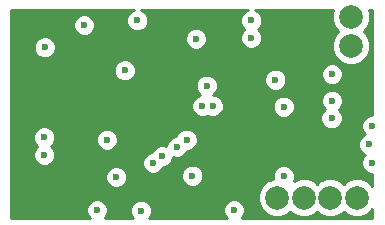
<source format=gbr>
G04 #@! TF.FileFunction,Copper,L3,Inr,Signal*
%FSLAX46Y46*%
G04 Gerber Fmt 4.6, Leading zero omitted, Abs format (unit mm)*
G04 Created by KiCad (PCBNEW 4.0.2-stable) date 2017年04月21日 星期五 11:17:21*
%MOMM*%
G01*
G04 APERTURE LIST*
%ADD10C,0.100000*%
%ADD11C,1.998980*%
%ADD12C,0.600000*%
%ADD13C,0.254000*%
G04 APERTURE END LIST*
D10*
D11*
X188500000Y-78275000D03*
X188500000Y-80750000D03*
X182250000Y-93575000D03*
X184500000Y-93575000D03*
X186750000Y-93575000D03*
X189000000Y-93575000D03*
D12*
X176275000Y-84100000D03*
X175075000Y-91725000D03*
X168625000Y-91825000D03*
X167850000Y-88675000D03*
X169350000Y-82800000D03*
X162575000Y-80850000D03*
X170400000Y-78575000D03*
X180050000Y-80075000D03*
X180050000Y-78575000D03*
X182800000Y-85875000D03*
X182800000Y-91775000D03*
X186850000Y-86850000D03*
X190300000Y-87525000D03*
X190300000Y-90625000D03*
X190025000Y-89075000D03*
X178600000Y-94625000D03*
X170725000Y-94675000D03*
X167000000Y-94625000D03*
X162525000Y-89975000D03*
X162525000Y-88475000D03*
X165900000Y-78975000D03*
X175375000Y-80125000D03*
X182100000Y-83600000D03*
X187800004Y-91475000D03*
X179325000Y-92250000D03*
X179325000Y-87600000D03*
X185300000Y-85875000D03*
X175299679Y-78173055D03*
X176525000Y-83150000D03*
X176400000Y-91725000D03*
X169875000Y-91825000D03*
X167850000Y-90025000D03*
X167950000Y-82999999D03*
X162650000Y-86925000D03*
X175900002Y-85825000D03*
X186900000Y-83125000D03*
X176804699Y-85804200D03*
X186900000Y-85375000D03*
X171725000Y-90650000D03*
X172500000Y-90075000D03*
X173775000Y-89295247D03*
X174575000Y-88674990D03*
D13*
G36*
X169871057Y-77781883D02*
X169607808Y-78044673D01*
X169465162Y-78388201D01*
X169464838Y-78760167D01*
X169606883Y-79103943D01*
X169869673Y-79367192D01*
X170213201Y-79509838D01*
X170585167Y-79510162D01*
X170928943Y-79368117D01*
X171192192Y-79105327D01*
X171334838Y-78761799D01*
X171335162Y-78389833D01*
X171193117Y-78046057D01*
X170930327Y-77782808D01*
X170694780Y-77685000D01*
X179755532Y-77685000D01*
X179521057Y-77781883D01*
X179257808Y-78044673D01*
X179115162Y-78388201D01*
X179114838Y-78760167D01*
X179256883Y-79103943D01*
X179477709Y-79325155D01*
X179257808Y-79544673D01*
X179115162Y-79888201D01*
X179114838Y-80260167D01*
X179256883Y-80603943D01*
X179519673Y-80867192D01*
X179863201Y-81009838D01*
X180235167Y-81010162D01*
X180578943Y-80868117D01*
X180842192Y-80605327D01*
X180984838Y-80261799D01*
X180985162Y-79889833D01*
X180843117Y-79546057D01*
X180622291Y-79324845D01*
X180842192Y-79105327D01*
X180984838Y-78761799D01*
X180985162Y-78389833D01*
X180843117Y-78046057D01*
X180580327Y-77782808D01*
X180344780Y-77685000D01*
X186975189Y-77685000D01*
X186865794Y-77948453D01*
X186865226Y-78598694D01*
X187113538Y-79199655D01*
X187425980Y-79512643D01*
X187115154Y-79822927D01*
X186865794Y-80423453D01*
X186865226Y-81073694D01*
X187113538Y-81674655D01*
X187572927Y-82134846D01*
X188173453Y-82384206D01*
X188823694Y-82384774D01*
X189424655Y-82136462D01*
X189884846Y-81677073D01*
X190134206Y-81076547D01*
X190134774Y-80426306D01*
X189886462Y-79825345D01*
X189574020Y-79512357D01*
X189884846Y-79202073D01*
X190134206Y-78601547D01*
X190134774Y-77951306D01*
X190024739Y-77685000D01*
X190315000Y-77685000D01*
X190315000Y-86590012D01*
X190114833Y-86589838D01*
X189771057Y-86731883D01*
X189507808Y-86994673D01*
X189365162Y-87338201D01*
X189364838Y-87710167D01*
X189506883Y-88053943D01*
X189664817Y-88212153D01*
X189496057Y-88281883D01*
X189232808Y-88544673D01*
X189090162Y-88888201D01*
X189089838Y-89260167D01*
X189231883Y-89603943D01*
X189494673Y-89867192D01*
X189664885Y-89937870D01*
X189507808Y-90094673D01*
X189365162Y-90438201D01*
X189364838Y-90810167D01*
X189506883Y-91153943D01*
X189769673Y-91417192D01*
X190113201Y-91559838D01*
X190315000Y-91560014D01*
X190315000Y-92578758D01*
X189927073Y-92190154D01*
X189326547Y-91940794D01*
X188676306Y-91940226D01*
X188075345Y-92188538D01*
X187875054Y-92388480D01*
X187677073Y-92190154D01*
X187076547Y-91940794D01*
X186426306Y-91940226D01*
X185825345Y-92188538D01*
X185625054Y-92388480D01*
X185427073Y-92190154D01*
X184826547Y-91940794D01*
X184176306Y-91940226D01*
X183654220Y-92155947D01*
X183734838Y-91961799D01*
X183735162Y-91589833D01*
X183593117Y-91246057D01*
X183330327Y-90982808D01*
X182986799Y-90840162D01*
X182614833Y-90839838D01*
X182271057Y-90981883D01*
X182007808Y-91244673D01*
X181865162Y-91588201D01*
X181864838Y-91960167D01*
X181866764Y-91964828D01*
X181325345Y-92188538D01*
X180865154Y-92647927D01*
X180615794Y-93248453D01*
X180615226Y-93898694D01*
X180863538Y-94499655D01*
X181322927Y-94959846D01*
X181923453Y-95209206D01*
X182573694Y-95209774D01*
X183174655Y-94961462D01*
X183374946Y-94761520D01*
X183572927Y-94959846D01*
X184173453Y-95209206D01*
X184823694Y-95209774D01*
X185424655Y-94961462D01*
X185624946Y-94761520D01*
X185822927Y-94959846D01*
X186423453Y-95209206D01*
X187073694Y-95209774D01*
X187674655Y-94961462D01*
X187874946Y-94761520D01*
X188072927Y-94959846D01*
X188673453Y-95209206D01*
X189323694Y-95209774D01*
X189924655Y-94961462D01*
X190315000Y-94571797D01*
X190315000Y-95315000D01*
X179232240Y-95315000D01*
X179392192Y-95155327D01*
X179534838Y-94811799D01*
X179535162Y-94439833D01*
X179393117Y-94096057D01*
X179130327Y-93832808D01*
X178786799Y-93690162D01*
X178414833Y-93689838D01*
X178071057Y-93831883D01*
X177807808Y-94094673D01*
X177665162Y-94438201D01*
X177664838Y-94810167D01*
X177806883Y-95153943D01*
X177967659Y-95315000D01*
X171407327Y-95315000D01*
X171517192Y-95205327D01*
X171659838Y-94861799D01*
X171660162Y-94489833D01*
X171518117Y-94146057D01*
X171255327Y-93882808D01*
X170911799Y-93740162D01*
X170539833Y-93739838D01*
X170196057Y-93881883D01*
X169932808Y-94144673D01*
X169790162Y-94488201D01*
X169789838Y-94860167D01*
X169931883Y-95203943D01*
X170042746Y-95315000D01*
X167632240Y-95315000D01*
X167792192Y-95155327D01*
X167934838Y-94811799D01*
X167935162Y-94439833D01*
X167793117Y-94096057D01*
X167530327Y-93832808D01*
X167186799Y-93690162D01*
X166814833Y-93689838D01*
X166471057Y-93831883D01*
X166207808Y-94094673D01*
X166065162Y-94438201D01*
X166064838Y-94810167D01*
X166206883Y-95153943D01*
X166367659Y-95315000D01*
X159685000Y-95315000D01*
X159685000Y-92010167D01*
X167689838Y-92010167D01*
X167831883Y-92353943D01*
X168094673Y-92617192D01*
X168438201Y-92759838D01*
X168810167Y-92760162D01*
X169153943Y-92618117D01*
X169417192Y-92355327D01*
X169559838Y-92011799D01*
X169559926Y-91910167D01*
X174139838Y-91910167D01*
X174281883Y-92253943D01*
X174544673Y-92517192D01*
X174888201Y-92659838D01*
X175260167Y-92660162D01*
X175603943Y-92518117D01*
X175867192Y-92255327D01*
X176009838Y-91911799D01*
X176010162Y-91539833D01*
X175868117Y-91196057D01*
X175605327Y-90932808D01*
X175261799Y-90790162D01*
X174889833Y-90789838D01*
X174546057Y-90931883D01*
X174282808Y-91194673D01*
X174140162Y-91538201D01*
X174139838Y-91910167D01*
X169559926Y-91910167D01*
X169560162Y-91639833D01*
X169418117Y-91296057D01*
X169155327Y-91032808D01*
X168811799Y-90890162D01*
X168439833Y-90889838D01*
X168096057Y-91031883D01*
X167832808Y-91294673D01*
X167690162Y-91638201D01*
X167689838Y-92010167D01*
X159685000Y-92010167D01*
X159685000Y-88660167D01*
X161589838Y-88660167D01*
X161731883Y-89003943D01*
X161952709Y-89225155D01*
X161732808Y-89444673D01*
X161590162Y-89788201D01*
X161589838Y-90160167D01*
X161731883Y-90503943D01*
X161994673Y-90767192D01*
X162338201Y-90909838D01*
X162710167Y-90910162D01*
X162891669Y-90835167D01*
X170789838Y-90835167D01*
X170931883Y-91178943D01*
X171194673Y-91442192D01*
X171538201Y-91584838D01*
X171910167Y-91585162D01*
X172253943Y-91443117D01*
X172517192Y-91180327D01*
X172587886Y-91010077D01*
X172685167Y-91010162D01*
X173028943Y-90868117D01*
X173292192Y-90605327D01*
X173434838Y-90261799D01*
X173434921Y-90166437D01*
X173588201Y-90230085D01*
X173960167Y-90230409D01*
X174303943Y-90088364D01*
X174567192Y-89825574D01*
X174656681Y-89610062D01*
X174760167Y-89610152D01*
X175103943Y-89468107D01*
X175367192Y-89205317D01*
X175509838Y-88861789D01*
X175510162Y-88489823D01*
X175368117Y-88146047D01*
X175105327Y-87882798D01*
X174761799Y-87740152D01*
X174389833Y-87739828D01*
X174046057Y-87881873D01*
X173782808Y-88144663D01*
X173693319Y-88360175D01*
X173589833Y-88360085D01*
X173246057Y-88502130D01*
X172982808Y-88764920D01*
X172840162Y-89108448D01*
X172840079Y-89203810D01*
X172686799Y-89140162D01*
X172314833Y-89139838D01*
X171971057Y-89281883D01*
X171707808Y-89544673D01*
X171637114Y-89714923D01*
X171539833Y-89714838D01*
X171196057Y-89856883D01*
X170932808Y-90119673D01*
X170790162Y-90463201D01*
X170789838Y-90835167D01*
X162891669Y-90835167D01*
X163053943Y-90768117D01*
X163317192Y-90505327D01*
X163459838Y-90161799D01*
X163460162Y-89789833D01*
X163318117Y-89446057D01*
X163097291Y-89224845D01*
X163317192Y-89005327D01*
X163377467Y-88860167D01*
X166914838Y-88860167D01*
X167056883Y-89203943D01*
X167319673Y-89467192D01*
X167663201Y-89609838D01*
X168035167Y-89610162D01*
X168378943Y-89468117D01*
X168642192Y-89205327D01*
X168784838Y-88861799D01*
X168785162Y-88489833D01*
X168643117Y-88146057D01*
X168380327Y-87882808D01*
X168036799Y-87740162D01*
X167664833Y-87739838D01*
X167321057Y-87881883D01*
X167057808Y-88144673D01*
X166915162Y-88488201D01*
X166914838Y-88860167D01*
X163377467Y-88860167D01*
X163459838Y-88661799D01*
X163460162Y-88289833D01*
X163318117Y-87946057D01*
X163055327Y-87682808D01*
X162711799Y-87540162D01*
X162339833Y-87539838D01*
X161996057Y-87681883D01*
X161732808Y-87944673D01*
X161590162Y-88288201D01*
X161589838Y-88660167D01*
X159685000Y-88660167D01*
X159685000Y-87035167D01*
X185914838Y-87035167D01*
X186056883Y-87378943D01*
X186319673Y-87642192D01*
X186663201Y-87784838D01*
X187035167Y-87785162D01*
X187378943Y-87643117D01*
X187642192Y-87380327D01*
X187784838Y-87036799D01*
X187785162Y-86664833D01*
X187643117Y-86321057D01*
X187459747Y-86137367D01*
X187692192Y-85905327D01*
X187834838Y-85561799D01*
X187835162Y-85189833D01*
X187693117Y-84846057D01*
X187430327Y-84582808D01*
X187086799Y-84440162D01*
X186714833Y-84439838D01*
X186371057Y-84581883D01*
X186107808Y-84844673D01*
X185965162Y-85188201D01*
X185964838Y-85560167D01*
X186106883Y-85903943D01*
X186290253Y-86087633D01*
X186057808Y-86319673D01*
X185915162Y-86663201D01*
X185914838Y-87035167D01*
X159685000Y-87035167D01*
X159685000Y-86010167D01*
X174964840Y-86010167D01*
X175106885Y-86353943D01*
X175369675Y-86617192D01*
X175713203Y-86759838D01*
X176085169Y-86760162D01*
X176377692Y-86639294D01*
X176617900Y-86739038D01*
X176989866Y-86739362D01*
X177333642Y-86597317D01*
X177596891Y-86334527D01*
X177710815Y-86060167D01*
X181864838Y-86060167D01*
X182006883Y-86403943D01*
X182269673Y-86667192D01*
X182613201Y-86809838D01*
X182985167Y-86810162D01*
X183328943Y-86668117D01*
X183592192Y-86405327D01*
X183734838Y-86061799D01*
X183735162Y-85689833D01*
X183593117Y-85346057D01*
X183330327Y-85082808D01*
X182986799Y-84940162D01*
X182614833Y-84939838D01*
X182271057Y-85081883D01*
X182007808Y-85344673D01*
X181865162Y-85688201D01*
X181864838Y-86060167D01*
X177710815Y-86060167D01*
X177739537Y-85990999D01*
X177739861Y-85619033D01*
X177597816Y-85275257D01*
X177335026Y-85012008D01*
X176991498Y-84869362D01*
X176827882Y-84869219D01*
X177067192Y-84630327D01*
X177209838Y-84286799D01*
X177210162Y-83914833D01*
X177156586Y-83785167D01*
X181164838Y-83785167D01*
X181306883Y-84128943D01*
X181569673Y-84392192D01*
X181913201Y-84534838D01*
X182285167Y-84535162D01*
X182628943Y-84393117D01*
X182892192Y-84130327D01*
X183034838Y-83786799D01*
X183035162Y-83414833D01*
X182991915Y-83310167D01*
X185964838Y-83310167D01*
X186106883Y-83653943D01*
X186369673Y-83917192D01*
X186713201Y-84059838D01*
X187085167Y-84060162D01*
X187428943Y-83918117D01*
X187692192Y-83655327D01*
X187834838Y-83311799D01*
X187835162Y-82939833D01*
X187693117Y-82596057D01*
X187430327Y-82332808D01*
X187086799Y-82190162D01*
X186714833Y-82189838D01*
X186371057Y-82331883D01*
X186107808Y-82594673D01*
X185965162Y-82938201D01*
X185964838Y-83310167D01*
X182991915Y-83310167D01*
X182893117Y-83071057D01*
X182630327Y-82807808D01*
X182286799Y-82665162D01*
X181914833Y-82664838D01*
X181571057Y-82806883D01*
X181307808Y-83069673D01*
X181165162Y-83413201D01*
X181164838Y-83785167D01*
X177156586Y-83785167D01*
X177068117Y-83571057D01*
X176805327Y-83307808D01*
X176461799Y-83165162D01*
X176089833Y-83164838D01*
X175746057Y-83306883D01*
X175482808Y-83569673D01*
X175340162Y-83913201D01*
X175339838Y-84285167D01*
X175481883Y-84628943D01*
X175742347Y-84889862D01*
X175714835Y-84889838D01*
X175371059Y-85031883D01*
X175107810Y-85294673D01*
X174965164Y-85638201D01*
X174964840Y-86010167D01*
X159685000Y-86010167D01*
X159685000Y-82985167D01*
X168414838Y-82985167D01*
X168556883Y-83328943D01*
X168819673Y-83592192D01*
X169163201Y-83734838D01*
X169535167Y-83735162D01*
X169878943Y-83593117D01*
X170142192Y-83330327D01*
X170284838Y-82986799D01*
X170285162Y-82614833D01*
X170143117Y-82271057D01*
X169880327Y-82007808D01*
X169536799Y-81865162D01*
X169164833Y-81864838D01*
X168821057Y-82006883D01*
X168557808Y-82269673D01*
X168415162Y-82613201D01*
X168414838Y-82985167D01*
X159685000Y-82985167D01*
X159685000Y-81035167D01*
X161639838Y-81035167D01*
X161781883Y-81378943D01*
X162044673Y-81642192D01*
X162388201Y-81784838D01*
X162760167Y-81785162D01*
X163103943Y-81643117D01*
X163367192Y-81380327D01*
X163509838Y-81036799D01*
X163510162Y-80664833D01*
X163368117Y-80321057D01*
X163357246Y-80310167D01*
X174439838Y-80310167D01*
X174581883Y-80653943D01*
X174844673Y-80917192D01*
X175188201Y-81059838D01*
X175560167Y-81060162D01*
X175903943Y-80918117D01*
X176167192Y-80655327D01*
X176309838Y-80311799D01*
X176310162Y-79939833D01*
X176168117Y-79596057D01*
X175905327Y-79332808D01*
X175561799Y-79190162D01*
X175189833Y-79189838D01*
X174846057Y-79331883D01*
X174582808Y-79594673D01*
X174440162Y-79938201D01*
X174439838Y-80310167D01*
X163357246Y-80310167D01*
X163105327Y-80057808D01*
X162761799Y-79915162D01*
X162389833Y-79914838D01*
X162046057Y-80056883D01*
X161782808Y-80319673D01*
X161640162Y-80663201D01*
X161639838Y-81035167D01*
X159685000Y-81035167D01*
X159685000Y-79160167D01*
X164964838Y-79160167D01*
X165106883Y-79503943D01*
X165369673Y-79767192D01*
X165713201Y-79909838D01*
X166085167Y-79910162D01*
X166428943Y-79768117D01*
X166692192Y-79505327D01*
X166834838Y-79161799D01*
X166835162Y-78789833D01*
X166693117Y-78446057D01*
X166430327Y-78182808D01*
X166086799Y-78040162D01*
X165714833Y-78039838D01*
X165371057Y-78181883D01*
X165107808Y-78444673D01*
X164965162Y-78788201D01*
X164964838Y-79160167D01*
X159685000Y-79160167D01*
X159685000Y-77685000D01*
X170105532Y-77685000D01*
X169871057Y-77781883D01*
X169871057Y-77781883D01*
G37*
X169871057Y-77781883D02*
X169607808Y-78044673D01*
X169465162Y-78388201D01*
X169464838Y-78760167D01*
X169606883Y-79103943D01*
X169869673Y-79367192D01*
X170213201Y-79509838D01*
X170585167Y-79510162D01*
X170928943Y-79368117D01*
X171192192Y-79105327D01*
X171334838Y-78761799D01*
X171335162Y-78389833D01*
X171193117Y-78046057D01*
X170930327Y-77782808D01*
X170694780Y-77685000D01*
X179755532Y-77685000D01*
X179521057Y-77781883D01*
X179257808Y-78044673D01*
X179115162Y-78388201D01*
X179114838Y-78760167D01*
X179256883Y-79103943D01*
X179477709Y-79325155D01*
X179257808Y-79544673D01*
X179115162Y-79888201D01*
X179114838Y-80260167D01*
X179256883Y-80603943D01*
X179519673Y-80867192D01*
X179863201Y-81009838D01*
X180235167Y-81010162D01*
X180578943Y-80868117D01*
X180842192Y-80605327D01*
X180984838Y-80261799D01*
X180985162Y-79889833D01*
X180843117Y-79546057D01*
X180622291Y-79324845D01*
X180842192Y-79105327D01*
X180984838Y-78761799D01*
X180985162Y-78389833D01*
X180843117Y-78046057D01*
X180580327Y-77782808D01*
X180344780Y-77685000D01*
X186975189Y-77685000D01*
X186865794Y-77948453D01*
X186865226Y-78598694D01*
X187113538Y-79199655D01*
X187425980Y-79512643D01*
X187115154Y-79822927D01*
X186865794Y-80423453D01*
X186865226Y-81073694D01*
X187113538Y-81674655D01*
X187572927Y-82134846D01*
X188173453Y-82384206D01*
X188823694Y-82384774D01*
X189424655Y-82136462D01*
X189884846Y-81677073D01*
X190134206Y-81076547D01*
X190134774Y-80426306D01*
X189886462Y-79825345D01*
X189574020Y-79512357D01*
X189884846Y-79202073D01*
X190134206Y-78601547D01*
X190134774Y-77951306D01*
X190024739Y-77685000D01*
X190315000Y-77685000D01*
X190315000Y-86590012D01*
X190114833Y-86589838D01*
X189771057Y-86731883D01*
X189507808Y-86994673D01*
X189365162Y-87338201D01*
X189364838Y-87710167D01*
X189506883Y-88053943D01*
X189664817Y-88212153D01*
X189496057Y-88281883D01*
X189232808Y-88544673D01*
X189090162Y-88888201D01*
X189089838Y-89260167D01*
X189231883Y-89603943D01*
X189494673Y-89867192D01*
X189664885Y-89937870D01*
X189507808Y-90094673D01*
X189365162Y-90438201D01*
X189364838Y-90810167D01*
X189506883Y-91153943D01*
X189769673Y-91417192D01*
X190113201Y-91559838D01*
X190315000Y-91560014D01*
X190315000Y-92578758D01*
X189927073Y-92190154D01*
X189326547Y-91940794D01*
X188676306Y-91940226D01*
X188075345Y-92188538D01*
X187875054Y-92388480D01*
X187677073Y-92190154D01*
X187076547Y-91940794D01*
X186426306Y-91940226D01*
X185825345Y-92188538D01*
X185625054Y-92388480D01*
X185427073Y-92190154D01*
X184826547Y-91940794D01*
X184176306Y-91940226D01*
X183654220Y-92155947D01*
X183734838Y-91961799D01*
X183735162Y-91589833D01*
X183593117Y-91246057D01*
X183330327Y-90982808D01*
X182986799Y-90840162D01*
X182614833Y-90839838D01*
X182271057Y-90981883D01*
X182007808Y-91244673D01*
X181865162Y-91588201D01*
X181864838Y-91960167D01*
X181866764Y-91964828D01*
X181325345Y-92188538D01*
X180865154Y-92647927D01*
X180615794Y-93248453D01*
X180615226Y-93898694D01*
X180863538Y-94499655D01*
X181322927Y-94959846D01*
X181923453Y-95209206D01*
X182573694Y-95209774D01*
X183174655Y-94961462D01*
X183374946Y-94761520D01*
X183572927Y-94959846D01*
X184173453Y-95209206D01*
X184823694Y-95209774D01*
X185424655Y-94961462D01*
X185624946Y-94761520D01*
X185822927Y-94959846D01*
X186423453Y-95209206D01*
X187073694Y-95209774D01*
X187674655Y-94961462D01*
X187874946Y-94761520D01*
X188072927Y-94959846D01*
X188673453Y-95209206D01*
X189323694Y-95209774D01*
X189924655Y-94961462D01*
X190315000Y-94571797D01*
X190315000Y-95315000D01*
X179232240Y-95315000D01*
X179392192Y-95155327D01*
X179534838Y-94811799D01*
X179535162Y-94439833D01*
X179393117Y-94096057D01*
X179130327Y-93832808D01*
X178786799Y-93690162D01*
X178414833Y-93689838D01*
X178071057Y-93831883D01*
X177807808Y-94094673D01*
X177665162Y-94438201D01*
X177664838Y-94810167D01*
X177806883Y-95153943D01*
X177967659Y-95315000D01*
X171407327Y-95315000D01*
X171517192Y-95205327D01*
X171659838Y-94861799D01*
X171660162Y-94489833D01*
X171518117Y-94146057D01*
X171255327Y-93882808D01*
X170911799Y-93740162D01*
X170539833Y-93739838D01*
X170196057Y-93881883D01*
X169932808Y-94144673D01*
X169790162Y-94488201D01*
X169789838Y-94860167D01*
X169931883Y-95203943D01*
X170042746Y-95315000D01*
X167632240Y-95315000D01*
X167792192Y-95155327D01*
X167934838Y-94811799D01*
X167935162Y-94439833D01*
X167793117Y-94096057D01*
X167530327Y-93832808D01*
X167186799Y-93690162D01*
X166814833Y-93689838D01*
X166471057Y-93831883D01*
X166207808Y-94094673D01*
X166065162Y-94438201D01*
X166064838Y-94810167D01*
X166206883Y-95153943D01*
X166367659Y-95315000D01*
X159685000Y-95315000D01*
X159685000Y-92010167D01*
X167689838Y-92010167D01*
X167831883Y-92353943D01*
X168094673Y-92617192D01*
X168438201Y-92759838D01*
X168810167Y-92760162D01*
X169153943Y-92618117D01*
X169417192Y-92355327D01*
X169559838Y-92011799D01*
X169559926Y-91910167D01*
X174139838Y-91910167D01*
X174281883Y-92253943D01*
X174544673Y-92517192D01*
X174888201Y-92659838D01*
X175260167Y-92660162D01*
X175603943Y-92518117D01*
X175867192Y-92255327D01*
X176009838Y-91911799D01*
X176010162Y-91539833D01*
X175868117Y-91196057D01*
X175605327Y-90932808D01*
X175261799Y-90790162D01*
X174889833Y-90789838D01*
X174546057Y-90931883D01*
X174282808Y-91194673D01*
X174140162Y-91538201D01*
X174139838Y-91910167D01*
X169559926Y-91910167D01*
X169560162Y-91639833D01*
X169418117Y-91296057D01*
X169155327Y-91032808D01*
X168811799Y-90890162D01*
X168439833Y-90889838D01*
X168096057Y-91031883D01*
X167832808Y-91294673D01*
X167690162Y-91638201D01*
X167689838Y-92010167D01*
X159685000Y-92010167D01*
X159685000Y-88660167D01*
X161589838Y-88660167D01*
X161731883Y-89003943D01*
X161952709Y-89225155D01*
X161732808Y-89444673D01*
X161590162Y-89788201D01*
X161589838Y-90160167D01*
X161731883Y-90503943D01*
X161994673Y-90767192D01*
X162338201Y-90909838D01*
X162710167Y-90910162D01*
X162891669Y-90835167D01*
X170789838Y-90835167D01*
X170931883Y-91178943D01*
X171194673Y-91442192D01*
X171538201Y-91584838D01*
X171910167Y-91585162D01*
X172253943Y-91443117D01*
X172517192Y-91180327D01*
X172587886Y-91010077D01*
X172685167Y-91010162D01*
X173028943Y-90868117D01*
X173292192Y-90605327D01*
X173434838Y-90261799D01*
X173434921Y-90166437D01*
X173588201Y-90230085D01*
X173960167Y-90230409D01*
X174303943Y-90088364D01*
X174567192Y-89825574D01*
X174656681Y-89610062D01*
X174760167Y-89610152D01*
X175103943Y-89468107D01*
X175367192Y-89205317D01*
X175509838Y-88861789D01*
X175510162Y-88489823D01*
X175368117Y-88146047D01*
X175105327Y-87882798D01*
X174761799Y-87740152D01*
X174389833Y-87739828D01*
X174046057Y-87881873D01*
X173782808Y-88144663D01*
X173693319Y-88360175D01*
X173589833Y-88360085D01*
X173246057Y-88502130D01*
X172982808Y-88764920D01*
X172840162Y-89108448D01*
X172840079Y-89203810D01*
X172686799Y-89140162D01*
X172314833Y-89139838D01*
X171971057Y-89281883D01*
X171707808Y-89544673D01*
X171637114Y-89714923D01*
X171539833Y-89714838D01*
X171196057Y-89856883D01*
X170932808Y-90119673D01*
X170790162Y-90463201D01*
X170789838Y-90835167D01*
X162891669Y-90835167D01*
X163053943Y-90768117D01*
X163317192Y-90505327D01*
X163459838Y-90161799D01*
X163460162Y-89789833D01*
X163318117Y-89446057D01*
X163097291Y-89224845D01*
X163317192Y-89005327D01*
X163377467Y-88860167D01*
X166914838Y-88860167D01*
X167056883Y-89203943D01*
X167319673Y-89467192D01*
X167663201Y-89609838D01*
X168035167Y-89610162D01*
X168378943Y-89468117D01*
X168642192Y-89205327D01*
X168784838Y-88861799D01*
X168785162Y-88489833D01*
X168643117Y-88146057D01*
X168380327Y-87882808D01*
X168036799Y-87740162D01*
X167664833Y-87739838D01*
X167321057Y-87881883D01*
X167057808Y-88144673D01*
X166915162Y-88488201D01*
X166914838Y-88860167D01*
X163377467Y-88860167D01*
X163459838Y-88661799D01*
X163460162Y-88289833D01*
X163318117Y-87946057D01*
X163055327Y-87682808D01*
X162711799Y-87540162D01*
X162339833Y-87539838D01*
X161996057Y-87681883D01*
X161732808Y-87944673D01*
X161590162Y-88288201D01*
X161589838Y-88660167D01*
X159685000Y-88660167D01*
X159685000Y-87035167D01*
X185914838Y-87035167D01*
X186056883Y-87378943D01*
X186319673Y-87642192D01*
X186663201Y-87784838D01*
X187035167Y-87785162D01*
X187378943Y-87643117D01*
X187642192Y-87380327D01*
X187784838Y-87036799D01*
X187785162Y-86664833D01*
X187643117Y-86321057D01*
X187459747Y-86137367D01*
X187692192Y-85905327D01*
X187834838Y-85561799D01*
X187835162Y-85189833D01*
X187693117Y-84846057D01*
X187430327Y-84582808D01*
X187086799Y-84440162D01*
X186714833Y-84439838D01*
X186371057Y-84581883D01*
X186107808Y-84844673D01*
X185965162Y-85188201D01*
X185964838Y-85560167D01*
X186106883Y-85903943D01*
X186290253Y-86087633D01*
X186057808Y-86319673D01*
X185915162Y-86663201D01*
X185914838Y-87035167D01*
X159685000Y-87035167D01*
X159685000Y-86010167D01*
X174964840Y-86010167D01*
X175106885Y-86353943D01*
X175369675Y-86617192D01*
X175713203Y-86759838D01*
X176085169Y-86760162D01*
X176377692Y-86639294D01*
X176617900Y-86739038D01*
X176989866Y-86739362D01*
X177333642Y-86597317D01*
X177596891Y-86334527D01*
X177710815Y-86060167D01*
X181864838Y-86060167D01*
X182006883Y-86403943D01*
X182269673Y-86667192D01*
X182613201Y-86809838D01*
X182985167Y-86810162D01*
X183328943Y-86668117D01*
X183592192Y-86405327D01*
X183734838Y-86061799D01*
X183735162Y-85689833D01*
X183593117Y-85346057D01*
X183330327Y-85082808D01*
X182986799Y-84940162D01*
X182614833Y-84939838D01*
X182271057Y-85081883D01*
X182007808Y-85344673D01*
X181865162Y-85688201D01*
X181864838Y-86060167D01*
X177710815Y-86060167D01*
X177739537Y-85990999D01*
X177739861Y-85619033D01*
X177597816Y-85275257D01*
X177335026Y-85012008D01*
X176991498Y-84869362D01*
X176827882Y-84869219D01*
X177067192Y-84630327D01*
X177209838Y-84286799D01*
X177210162Y-83914833D01*
X177156586Y-83785167D01*
X181164838Y-83785167D01*
X181306883Y-84128943D01*
X181569673Y-84392192D01*
X181913201Y-84534838D01*
X182285167Y-84535162D01*
X182628943Y-84393117D01*
X182892192Y-84130327D01*
X183034838Y-83786799D01*
X183035162Y-83414833D01*
X182991915Y-83310167D01*
X185964838Y-83310167D01*
X186106883Y-83653943D01*
X186369673Y-83917192D01*
X186713201Y-84059838D01*
X187085167Y-84060162D01*
X187428943Y-83918117D01*
X187692192Y-83655327D01*
X187834838Y-83311799D01*
X187835162Y-82939833D01*
X187693117Y-82596057D01*
X187430327Y-82332808D01*
X187086799Y-82190162D01*
X186714833Y-82189838D01*
X186371057Y-82331883D01*
X186107808Y-82594673D01*
X185965162Y-82938201D01*
X185964838Y-83310167D01*
X182991915Y-83310167D01*
X182893117Y-83071057D01*
X182630327Y-82807808D01*
X182286799Y-82665162D01*
X181914833Y-82664838D01*
X181571057Y-82806883D01*
X181307808Y-83069673D01*
X181165162Y-83413201D01*
X181164838Y-83785167D01*
X177156586Y-83785167D01*
X177068117Y-83571057D01*
X176805327Y-83307808D01*
X176461799Y-83165162D01*
X176089833Y-83164838D01*
X175746057Y-83306883D01*
X175482808Y-83569673D01*
X175340162Y-83913201D01*
X175339838Y-84285167D01*
X175481883Y-84628943D01*
X175742347Y-84889862D01*
X175714835Y-84889838D01*
X175371059Y-85031883D01*
X175107810Y-85294673D01*
X174965164Y-85638201D01*
X174964840Y-86010167D01*
X159685000Y-86010167D01*
X159685000Y-82985167D01*
X168414838Y-82985167D01*
X168556883Y-83328943D01*
X168819673Y-83592192D01*
X169163201Y-83734838D01*
X169535167Y-83735162D01*
X169878943Y-83593117D01*
X170142192Y-83330327D01*
X170284838Y-82986799D01*
X170285162Y-82614833D01*
X170143117Y-82271057D01*
X169880327Y-82007808D01*
X169536799Y-81865162D01*
X169164833Y-81864838D01*
X168821057Y-82006883D01*
X168557808Y-82269673D01*
X168415162Y-82613201D01*
X168414838Y-82985167D01*
X159685000Y-82985167D01*
X159685000Y-81035167D01*
X161639838Y-81035167D01*
X161781883Y-81378943D01*
X162044673Y-81642192D01*
X162388201Y-81784838D01*
X162760167Y-81785162D01*
X163103943Y-81643117D01*
X163367192Y-81380327D01*
X163509838Y-81036799D01*
X163510162Y-80664833D01*
X163368117Y-80321057D01*
X163357246Y-80310167D01*
X174439838Y-80310167D01*
X174581883Y-80653943D01*
X174844673Y-80917192D01*
X175188201Y-81059838D01*
X175560167Y-81060162D01*
X175903943Y-80918117D01*
X176167192Y-80655327D01*
X176309838Y-80311799D01*
X176310162Y-79939833D01*
X176168117Y-79596057D01*
X175905327Y-79332808D01*
X175561799Y-79190162D01*
X175189833Y-79189838D01*
X174846057Y-79331883D01*
X174582808Y-79594673D01*
X174440162Y-79938201D01*
X174439838Y-80310167D01*
X163357246Y-80310167D01*
X163105327Y-80057808D01*
X162761799Y-79915162D01*
X162389833Y-79914838D01*
X162046057Y-80056883D01*
X161782808Y-80319673D01*
X161640162Y-80663201D01*
X161639838Y-81035167D01*
X159685000Y-81035167D01*
X159685000Y-79160167D01*
X164964838Y-79160167D01*
X165106883Y-79503943D01*
X165369673Y-79767192D01*
X165713201Y-79909838D01*
X166085167Y-79910162D01*
X166428943Y-79768117D01*
X166692192Y-79505327D01*
X166834838Y-79161799D01*
X166835162Y-78789833D01*
X166693117Y-78446057D01*
X166430327Y-78182808D01*
X166086799Y-78040162D01*
X165714833Y-78039838D01*
X165371057Y-78181883D01*
X165107808Y-78444673D01*
X164965162Y-78788201D01*
X164964838Y-79160167D01*
X159685000Y-79160167D01*
X159685000Y-77685000D01*
X170105532Y-77685000D01*
X169871057Y-77781883D01*
M02*

</source>
